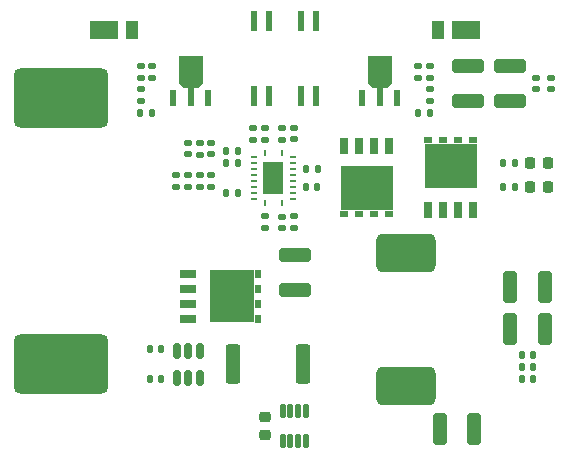
<source format=gbr>
%TF.GenerationSoftware,KiCad,Pcbnew,9.0.2*%
%TF.CreationDate,2025-06-26T01:43:21+01:00*%
%TF.ProjectId,PDB_AURA,5044425f-4155-4524-912e-6b696361645f,rev?*%
%TF.SameCoordinates,Original*%
%TF.FileFunction,Paste,Top*%
%TF.FilePolarity,Positive*%
%FSLAX46Y46*%
G04 Gerber Fmt 4.6, Leading zero omitted, Abs format (unit mm)*
G04 Created by KiCad (PCBNEW 9.0.2) date 2025-06-26 01:43:21*
%MOMM*%
%LPD*%
G01*
G04 APERTURE LIST*
G04 Aperture macros list*
%AMRoundRect*
0 Rectangle with rounded corners*
0 $1 Rounding radius*
0 $2 $3 $4 $5 $6 $7 $8 $9 X,Y pos of 4 corners*
0 Add a 4 corners polygon primitive as box body*
4,1,4,$2,$3,$4,$5,$6,$7,$8,$9,$2,$3,0*
0 Add four circle primitives for the rounded corners*
1,1,$1+$1,$2,$3*
1,1,$1+$1,$4,$5*
1,1,$1+$1,$6,$7*
1,1,$1+$1,$8,$9*
0 Add four rect primitives between the rounded corners*
20,1,$1+$1,$2,$3,$4,$5,0*
20,1,$1+$1,$4,$5,$6,$7,0*
20,1,$1+$1,$6,$7,$8,$9,0*
20,1,$1+$1,$8,$9,$2,$3,0*%
%AMOutline5P*
0 Free polygon, 5 corners , with rotation*
0 The origin of the aperture is its center*
0 number of corners: always 5*
0 $1 to $10 corner X, Y*
0 $11 Rotation angle, in degrees counterclockwise*
0 create outline with 5 corners*
4,1,5,$1,$2,$3,$4,$5,$6,$7,$8,$9,$10,$1,$2,$11*%
%AMOutline6P*
0 Free polygon, 6 corners , with rotation*
0 The origin of the aperture is its center*
0 number of corners: always 6*
0 $1 to $12 corner X, Y*
0 $13 Rotation angle, in degrees counterclockwise*
0 create outline with 6 corners*
4,1,6,$1,$2,$3,$4,$5,$6,$7,$8,$9,$10,$11,$12,$1,$2,$13*%
%AMOutline7P*
0 Free polygon, 7 corners , with rotation*
0 The origin of the aperture is its center*
0 number of corners: always 7*
0 $1 to $14 corner X, Y*
0 $15 Rotation angle, in degrees counterclockwise*
0 create outline with 7 corners*
4,1,7,$1,$2,$3,$4,$5,$6,$7,$8,$9,$10,$11,$12,$13,$14,$1,$2,$15*%
%AMOutline8P*
0 Free polygon, 8 corners , with rotation*
0 The origin of the aperture is its center*
0 number of corners: always 8*
0 $1 to $16 corner X, Y*
0 $17 Rotation angle, in degrees counterclockwise*
0 create outline with 8 corners*
4,1,8,$1,$2,$3,$4,$5,$6,$7,$8,$9,$10,$11,$12,$13,$14,$15,$16,$1,$2,$17*%
G04 Aperture macros list end*
%ADD10RoundRect,0.135000X-0.185000X0.135000X-0.185000X-0.135000X0.185000X-0.135000X0.185000X0.135000X0*%
%ADD11RoundRect,0.073750X-0.221250X0.736250X-0.221250X-0.736250X0.221250X-0.736250X0.221250X0.736250X0*%
%ADD12RoundRect,0.135000X0.185000X-0.135000X0.185000X0.135000X-0.185000X0.135000X-0.185000X-0.135000X0*%
%ADD13RoundRect,0.500000X3.500000X2.000000X-3.500000X2.000000X-3.500000X-2.000000X3.500000X-2.000000X0*%
%ADD14RoundRect,0.135000X0.135000X0.185000X-0.135000X0.185000X-0.135000X-0.185000X0.135000X-0.185000X0*%
%ADD15RoundRect,0.250000X1.100000X-0.325000X1.100000X0.325000X-1.100000X0.325000X-1.100000X-0.325000X0*%
%ADD16RoundRect,0.250000X-0.325000X-1.100000X0.325000X-1.100000X0.325000X1.100000X-0.325000X1.100000X0*%
%ADD17R,0.710000X1.372000*%
%ADD18R,4.520000X3.850000*%
%ADD19R,0.710000X0.590000*%
%ADD20RoundRect,0.140000X0.140000X0.170000X-0.140000X0.170000X-0.140000X-0.170000X0.140000X-0.170000X0*%
%ADD21RoundRect,0.140000X-0.170000X0.140000X-0.170000X-0.140000X0.170000X-0.140000X0.170000X0.140000X0*%
%ADD22RoundRect,0.218750X-0.218750X-0.256250X0.218750X-0.256250X0.218750X0.256250X-0.218750X0.256250X0*%
%ADD23RoundRect,0.140000X0.170000X-0.140000X0.170000X0.140000X-0.170000X0.140000X-0.170000X-0.140000X0*%
%ADD24RoundRect,0.135000X-0.135000X-0.185000X0.135000X-0.185000X0.135000X0.185000X-0.135000X0.185000X0*%
%ADD25R,0.480000X1.400000*%
%ADD26Outline6P,-1.000000X1.362500X1.000000X1.362500X1.000000X-0.962500X0.600000X-1.362500X-0.600000X-1.362500X-1.000000X-0.962500X0.000000*%
%ADD27R,0.560000X1.525000*%
%ADD28R,0.250000X0.600000*%
%ADD29R,0.600000X0.250000*%
%ADD30R,1.700000X2.700000*%
%ADD31RoundRect,0.140000X-0.140000X-0.170000X0.140000X-0.170000X0.140000X0.170000X-0.140000X0.170000X0*%
%ADD32RoundRect,0.060000X-0.180000X0.545000X-0.180000X-0.545000X0.180000X-0.545000X0.180000X0.545000X0*%
%ADD33R,1.372000X0.710000*%
%ADD34R,3.850000X4.520000*%
%ADD35R,0.590000X0.710000*%
%ADD36R,2.400000X1.500000*%
%ADD37R,1.050000X1.500000*%
%ADD38RoundRect,0.250000X-0.362500X-1.425000X0.362500X-1.425000X0.362500X1.425000X-0.362500X1.425000X0*%
%ADD39RoundRect,0.225000X-0.250000X0.225000X-0.250000X-0.225000X0.250000X-0.225000X0.250000X0.225000X0*%
%ADD40RoundRect,0.487500X-2.012500X1.137500X-2.012500X-1.137500X2.012500X-1.137500X2.012500X1.137500X0*%
%ADD41RoundRect,0.150000X0.150000X-0.512500X0.150000X0.512500X-0.150000X0.512500X-0.150000X-0.512500X0*%
%ADD42RoundRect,0.073750X0.221250X-0.736250X0.221250X0.736250X-0.221250X0.736250X-0.221250X-0.736250X0*%
G04 APERTURE END LIST*
D10*
%TO.C,R202*%
X72250000Y-66240000D03*
X72250000Y-67260000D03*
%TD*%
D11*
%TO.C,U301*%
X77635000Y-57172500D03*
X76365000Y-57172500D03*
X76365000Y-63562500D03*
X77635000Y-63562500D03*
%TD*%
D12*
%TO.C,R210*%
X75750000Y-74760000D03*
X75750000Y-73740000D03*
%TD*%
D10*
%TO.C,R206*%
X68750000Y-70240000D03*
X68750000Y-71260000D03*
%TD*%
D13*
%TO.C,J102*%
X56000000Y-63750000D03*
%TD*%
D14*
%TO.C,R203*%
X71010000Y-71750000D03*
X69990000Y-71750000D03*
%TD*%
D15*
%TO.C,C200*%
X90500000Y-63975000D03*
X90500000Y-61025000D03*
%TD*%
D16*
%TO.C,C205*%
X88075000Y-91750000D03*
X91025000Y-91750000D03*
%TD*%
D17*
%TO.C,Q200*%
X90905000Y-73211000D03*
D18*
X89000000Y-69500000D03*
D19*
X87095000Y-67280000D03*
X88365000Y-67280000D03*
X89635000Y-67280000D03*
X90905000Y-67280000D03*
D17*
X87095000Y-73211000D03*
X88365000Y-73211000D03*
X89635000Y-73211000D03*
%TD*%
D10*
%TO.C,R209*%
X73250000Y-73740000D03*
X73250000Y-74760000D03*
%TD*%
D20*
%TO.C,C104*%
X64480000Y-85000000D03*
X63520000Y-85000000D03*
%TD*%
D21*
%TO.C,C210*%
X74750000Y-73770000D03*
X74750000Y-74730000D03*
%TD*%
D22*
%TO.C,D200*%
X95712500Y-71250000D03*
X97287500Y-71250000D03*
%TD*%
D23*
%TO.C,C218*%
X97500000Y-62980000D03*
X97500000Y-62020000D03*
%TD*%
D21*
%TO.C,C212*%
X66750000Y-67520000D03*
X66750000Y-68480000D03*
%TD*%
D20*
%TO.C,C211*%
X70980000Y-69250000D03*
X70020000Y-69250000D03*
%TD*%
D24*
%TO.C,R211*%
X93410000Y-71250000D03*
X94430000Y-71250000D03*
%TD*%
D25*
%TO.C,Q300*%
X65500000Y-63688000D03*
D26*
X67000000Y-61500000D03*
D27*
X67000000Y-63625000D03*
D25*
X68500000Y-63688000D03*
%TD*%
D10*
%TO.C,R207*%
X66750000Y-70240000D03*
X66750000Y-71260000D03*
%TD*%
D24*
%TO.C,R208*%
X69990000Y-68250000D03*
X71010000Y-68250000D03*
%TD*%
%TO.C,C207*%
X76740000Y-69750000D03*
X77760000Y-69750000D03*
%TD*%
D28*
%TO.C,U200*%
X73250000Y-68350000D03*
D29*
X72350000Y-68750000D03*
X72350000Y-69250000D03*
X72350000Y-69750000D03*
X72350000Y-70250000D03*
X72350000Y-70750000D03*
X72350000Y-71250000D03*
X72350000Y-71750000D03*
X72350000Y-72250000D03*
D28*
X73250000Y-72650000D03*
X74750000Y-72650000D03*
D29*
X75650000Y-72250000D03*
X75650000Y-71750000D03*
X75650000Y-71250000D03*
X75650000Y-70750000D03*
X75650000Y-70250000D03*
X75650000Y-69750000D03*
X75650000Y-69250000D03*
X75650000Y-68750000D03*
D28*
X74750000Y-68350000D03*
D30*
X74000000Y-70500000D03*
%TD*%
D31*
%TO.C,C202*%
X95020000Y-85500000D03*
X95980000Y-85500000D03*
%TD*%
%TO.C,C209*%
X76770000Y-71250000D03*
X77730000Y-71250000D03*
%TD*%
D17*
%TO.C,Q201*%
X80019000Y-67754000D03*
D19*
X80019000Y-73568000D03*
X81289000Y-73568000D03*
X82559000Y-73568000D03*
X83829000Y-73568000D03*
D18*
X81924000Y-71348000D03*
D17*
X81289000Y-67754000D03*
X82559000Y-67754000D03*
X83829000Y-67754000D03*
%TD*%
D12*
%TO.C,R205*%
X67750000Y-71260000D03*
X67750000Y-70240000D03*
%TD*%
%TO.C,R200*%
X74750000Y-67260000D03*
X74750000Y-66240000D03*
%TD*%
D31*
%TO.C,C203*%
X95020000Y-86500000D03*
X95980000Y-86500000D03*
%TD*%
%TO.C,C101*%
X63540000Y-87500000D03*
X64500000Y-87500000D03*
%TD*%
D24*
%TO.C,R101*%
X93410000Y-69250000D03*
X94430000Y-69250000D03*
%TD*%
D32*
%TO.C,U302*%
X76725000Y-90245000D03*
X76075000Y-90245000D03*
X75425000Y-90245000D03*
X74775000Y-90245000D03*
X74775000Y-92755000D03*
X75425000Y-92755000D03*
X76075000Y-92755000D03*
X76725000Y-92755000D03*
%TD*%
D10*
%TO.C,R204*%
X67750000Y-67490000D03*
X67750000Y-68510000D03*
%TD*%
D16*
%TO.C,C204*%
X94025000Y-83250000D03*
X96975000Y-83250000D03*
%TD*%
D33*
%TO.C,Q100*%
X66789000Y-82405000D03*
D34*
X70500000Y-80500000D03*
D35*
X72720000Y-78595000D03*
X72720000Y-79865000D03*
X72720000Y-81135000D03*
X72720000Y-82405000D03*
D33*
X66789000Y-78595000D03*
X66789000Y-79865000D03*
X66789000Y-81135000D03*
%TD*%
D21*
%TO.C,C214*%
X68750000Y-67520000D03*
X68750000Y-68480000D03*
%TD*%
D12*
%TO.C,R201*%
X73250000Y-67260000D03*
X73250000Y-66240000D03*
%TD*%
D36*
%TO.C,D300*%
X59650000Y-58000000D03*
D37*
X62025000Y-58000000D03*
%TD*%
D31*
%TO.C,C215*%
X95020000Y-87500000D03*
X95980000Y-87500000D03*
%TD*%
D23*
%TO.C,C213*%
X65750000Y-71230000D03*
X65750000Y-70270000D03*
%TD*%
D22*
%TO.C,D100*%
X95712500Y-69250000D03*
X97287500Y-69250000D03*
%TD*%
D23*
%TO.C,C217*%
X96250000Y-62980000D03*
X96250000Y-62020000D03*
%TD*%
D24*
%TO.C,R307*%
X86240000Y-65000000D03*
X87260000Y-65000000D03*
%TD*%
D25*
%TO.C,Q301*%
X81500000Y-63688000D03*
D26*
X83000000Y-61500000D03*
D27*
X83000000Y-63625000D03*
D25*
X84500000Y-63688000D03*
%TD*%
D38*
%TO.C,R100*%
X70596500Y-86250000D03*
X76521500Y-86250000D03*
%TD*%
D39*
%TO.C,C300*%
X73280000Y-90725000D03*
X73280000Y-92275000D03*
%TD*%
D10*
%TO.C,R300*%
X62750000Y-62990000D03*
X62750000Y-64010000D03*
%TD*%
%TO.C,R306*%
X87250000Y-62990000D03*
X87250000Y-64010000D03*
%TD*%
D12*
%TO.C,R305*%
X86250000Y-62010000D03*
X86250000Y-60990000D03*
%TD*%
D40*
%TO.C,L200*%
X85250000Y-76875000D03*
X85250000Y-88125000D03*
%TD*%
D13*
%TO.C,J101*%
X56000000Y-86250000D03*
%TD*%
D14*
%TO.C,R301*%
X63760000Y-65000000D03*
X62740000Y-65000000D03*
%TD*%
D16*
%TO.C,C216*%
X94025000Y-79750000D03*
X96975000Y-79750000D03*
%TD*%
D12*
%TO.C,R302*%
X62760000Y-62010000D03*
X62760000Y-60990000D03*
%TD*%
D23*
%TO.C,C208*%
X75750000Y-67230000D03*
X75750000Y-66270000D03*
%TD*%
D12*
%TO.C,R303*%
X63750000Y-62010000D03*
X63750000Y-60990000D03*
%TD*%
D15*
%TO.C,C102*%
X75809000Y-79975000D03*
X75809000Y-77025000D03*
%TD*%
D36*
%TO.C,D301*%
X90350000Y-58000000D03*
D37*
X87975000Y-58000000D03*
%TD*%
D41*
%TO.C,U100*%
X65859000Y-87387500D03*
X66809000Y-87387500D03*
X67759000Y-87387500D03*
X67759000Y-85112500D03*
X66809000Y-85112500D03*
X65859000Y-85112500D03*
%TD*%
D12*
%TO.C,R304*%
X87250000Y-62010000D03*
X87250000Y-60990000D03*
%TD*%
D15*
%TO.C,C201*%
X94000000Y-63975000D03*
X94000000Y-61025000D03*
%TD*%
D42*
%TO.C,U300*%
X72365000Y-63562500D03*
X73635000Y-63562500D03*
X73635000Y-57172500D03*
X72365000Y-57172500D03*
%TD*%
M02*

</source>
